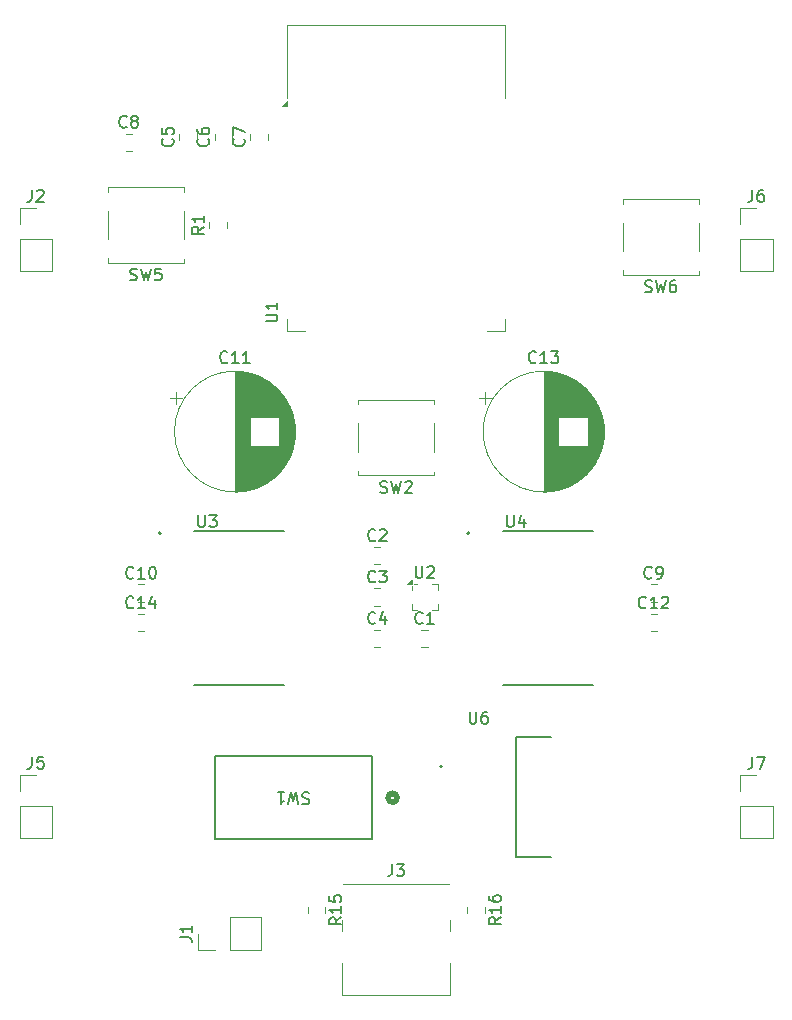
<source format=gbr>
%TF.GenerationSoftware,KiCad,Pcbnew,9.0.3*%
%TF.CreationDate,2025-08-18T21:06:09-04:00*%
%TF.ProjectId,robotbrain,726f626f-7462-4726-9169-6e2e6b696361,rev?*%
%TF.SameCoordinates,Original*%
%TF.FileFunction,Legend,Top*%
%TF.FilePolarity,Positive*%
%FSLAX46Y46*%
G04 Gerber Fmt 4.6, Leading zero omitted, Abs format (unit mm)*
G04 Created by KiCad (PCBNEW 9.0.3) date 2025-08-18 21:06:09*
%MOMM*%
%LPD*%
G01*
G04 APERTURE LIST*
%ADD10C,0.150000*%
%ADD11C,0.120000*%
%ADD12C,0.152400*%
%ADD13C,0.508000*%
%ADD14C,0.127000*%
%ADD15C,0.200000*%
G04 APERTURE END LIST*
D10*
X109261667Y-84147200D02*
X109404524Y-84194819D01*
X109404524Y-84194819D02*
X109642619Y-84194819D01*
X109642619Y-84194819D02*
X109737857Y-84147200D01*
X109737857Y-84147200D02*
X109785476Y-84099580D01*
X109785476Y-84099580D02*
X109833095Y-84004342D01*
X109833095Y-84004342D02*
X109833095Y-83909104D01*
X109833095Y-83909104D02*
X109785476Y-83813866D01*
X109785476Y-83813866D02*
X109737857Y-83766247D01*
X109737857Y-83766247D02*
X109642619Y-83718628D01*
X109642619Y-83718628D02*
X109452143Y-83671009D01*
X109452143Y-83671009D02*
X109356905Y-83623390D01*
X109356905Y-83623390D02*
X109309286Y-83575771D01*
X109309286Y-83575771D02*
X109261667Y-83480533D01*
X109261667Y-83480533D02*
X109261667Y-83385295D01*
X109261667Y-83385295D02*
X109309286Y-83290057D01*
X109309286Y-83290057D02*
X109356905Y-83242438D01*
X109356905Y-83242438D02*
X109452143Y-83194819D01*
X109452143Y-83194819D02*
X109690238Y-83194819D01*
X109690238Y-83194819D02*
X109833095Y-83242438D01*
X110166429Y-83194819D02*
X110404524Y-84194819D01*
X110404524Y-84194819D02*
X110595000Y-83480533D01*
X110595000Y-83480533D02*
X110785476Y-84194819D01*
X110785476Y-84194819D02*
X111023572Y-83194819D01*
X111356905Y-83290057D02*
X111404524Y-83242438D01*
X111404524Y-83242438D02*
X111499762Y-83194819D01*
X111499762Y-83194819D02*
X111737857Y-83194819D01*
X111737857Y-83194819D02*
X111833095Y-83242438D01*
X111833095Y-83242438D02*
X111880714Y-83290057D01*
X111880714Y-83290057D02*
X111928333Y-83385295D01*
X111928333Y-83385295D02*
X111928333Y-83480533D01*
X111928333Y-83480533D02*
X111880714Y-83623390D01*
X111880714Y-83623390D02*
X111309286Y-84194819D01*
X111309286Y-84194819D02*
X111928333Y-84194819D01*
X92299819Y-121833333D02*
X93014104Y-121833333D01*
X93014104Y-121833333D02*
X93156961Y-121880952D01*
X93156961Y-121880952D02*
X93252200Y-121976190D01*
X93252200Y-121976190D02*
X93299819Y-122119047D01*
X93299819Y-122119047D02*
X93299819Y-122214285D01*
X93299819Y-120833333D02*
X93299819Y-121404761D01*
X93299819Y-121119047D02*
X92299819Y-121119047D01*
X92299819Y-121119047D02*
X92442676Y-121214285D01*
X92442676Y-121214285D02*
X92537914Y-121309523D01*
X92537914Y-121309523D02*
X92585533Y-121404761D01*
X94669580Y-54216666D02*
X94717200Y-54264285D01*
X94717200Y-54264285D02*
X94764819Y-54407142D01*
X94764819Y-54407142D02*
X94764819Y-54502380D01*
X94764819Y-54502380D02*
X94717200Y-54645237D01*
X94717200Y-54645237D02*
X94621961Y-54740475D01*
X94621961Y-54740475D02*
X94526723Y-54788094D01*
X94526723Y-54788094D02*
X94336247Y-54835713D01*
X94336247Y-54835713D02*
X94193390Y-54835713D01*
X94193390Y-54835713D02*
X94002914Y-54788094D01*
X94002914Y-54788094D02*
X93907676Y-54740475D01*
X93907676Y-54740475D02*
X93812438Y-54645237D01*
X93812438Y-54645237D02*
X93764819Y-54502380D01*
X93764819Y-54502380D02*
X93764819Y-54407142D01*
X93764819Y-54407142D02*
X93812438Y-54264285D01*
X93812438Y-54264285D02*
X93860057Y-54216666D01*
X93764819Y-53359523D02*
X93764819Y-53549999D01*
X93764819Y-53549999D02*
X93812438Y-53645237D01*
X93812438Y-53645237D02*
X93860057Y-53692856D01*
X93860057Y-53692856D02*
X94002914Y-53788094D01*
X94002914Y-53788094D02*
X94193390Y-53835713D01*
X94193390Y-53835713D02*
X94574342Y-53835713D01*
X94574342Y-53835713D02*
X94669580Y-53788094D01*
X94669580Y-53788094D02*
X94717200Y-53740475D01*
X94717200Y-53740475D02*
X94764819Y-53645237D01*
X94764819Y-53645237D02*
X94764819Y-53454761D01*
X94764819Y-53454761D02*
X94717200Y-53359523D01*
X94717200Y-53359523D02*
X94669580Y-53311904D01*
X94669580Y-53311904D02*
X94574342Y-53264285D01*
X94574342Y-53264285D02*
X94336247Y-53264285D01*
X94336247Y-53264285D02*
X94241009Y-53311904D01*
X94241009Y-53311904D02*
X94193390Y-53359523D01*
X94193390Y-53359523D02*
X94145771Y-53454761D01*
X94145771Y-53454761D02*
X94145771Y-53645237D01*
X94145771Y-53645237D02*
X94193390Y-53740475D01*
X94193390Y-53740475D02*
X94241009Y-53788094D01*
X94241009Y-53788094D02*
X94336247Y-53835713D01*
X103228432Y-109592800D02*
X103085575Y-109545180D01*
X103085575Y-109545180D02*
X102847480Y-109545180D01*
X102847480Y-109545180D02*
X102752242Y-109592800D01*
X102752242Y-109592800D02*
X102704623Y-109640419D01*
X102704623Y-109640419D02*
X102657004Y-109735657D01*
X102657004Y-109735657D02*
X102657004Y-109830895D01*
X102657004Y-109830895D02*
X102704623Y-109926133D01*
X102704623Y-109926133D02*
X102752242Y-109973752D01*
X102752242Y-109973752D02*
X102847480Y-110021371D01*
X102847480Y-110021371D02*
X103037956Y-110068990D01*
X103037956Y-110068990D02*
X103133194Y-110116609D01*
X103133194Y-110116609D02*
X103180813Y-110164228D01*
X103180813Y-110164228D02*
X103228432Y-110259466D01*
X103228432Y-110259466D02*
X103228432Y-110354704D01*
X103228432Y-110354704D02*
X103180813Y-110449942D01*
X103180813Y-110449942D02*
X103133194Y-110497561D01*
X103133194Y-110497561D02*
X103037956Y-110545180D01*
X103037956Y-110545180D02*
X102799861Y-110545180D01*
X102799861Y-110545180D02*
X102657004Y-110497561D01*
X102323670Y-110545180D02*
X102085575Y-109545180D01*
X102085575Y-109545180D02*
X101895099Y-110259466D01*
X101895099Y-110259466D02*
X101704623Y-109545180D01*
X101704623Y-109545180D02*
X101466528Y-110545180D01*
X100561766Y-109545180D02*
X101133194Y-109545180D01*
X100847480Y-109545180D02*
X100847480Y-110545180D01*
X100847480Y-110545180D02*
X100942718Y-110402323D01*
X100942718Y-110402323D02*
X101037956Y-110307085D01*
X101037956Y-110307085D02*
X101133194Y-110259466D01*
X96302142Y-73109580D02*
X96254523Y-73157200D01*
X96254523Y-73157200D02*
X96111666Y-73204819D01*
X96111666Y-73204819D02*
X96016428Y-73204819D01*
X96016428Y-73204819D02*
X95873571Y-73157200D01*
X95873571Y-73157200D02*
X95778333Y-73061961D01*
X95778333Y-73061961D02*
X95730714Y-72966723D01*
X95730714Y-72966723D02*
X95683095Y-72776247D01*
X95683095Y-72776247D02*
X95683095Y-72633390D01*
X95683095Y-72633390D02*
X95730714Y-72442914D01*
X95730714Y-72442914D02*
X95778333Y-72347676D01*
X95778333Y-72347676D02*
X95873571Y-72252438D01*
X95873571Y-72252438D02*
X96016428Y-72204819D01*
X96016428Y-72204819D02*
X96111666Y-72204819D01*
X96111666Y-72204819D02*
X96254523Y-72252438D01*
X96254523Y-72252438D02*
X96302142Y-72300057D01*
X97254523Y-73204819D02*
X96683095Y-73204819D01*
X96968809Y-73204819D02*
X96968809Y-72204819D01*
X96968809Y-72204819D02*
X96873571Y-72347676D01*
X96873571Y-72347676D02*
X96778333Y-72442914D01*
X96778333Y-72442914D02*
X96683095Y-72490533D01*
X98206904Y-73204819D02*
X97635476Y-73204819D01*
X97921190Y-73204819D02*
X97921190Y-72204819D01*
X97921190Y-72204819D02*
X97825952Y-72347676D01*
X97825952Y-72347676D02*
X97730714Y-72442914D01*
X97730714Y-72442914D02*
X97635476Y-72490533D01*
X140761666Y-58534819D02*
X140761666Y-59249104D01*
X140761666Y-59249104D02*
X140714047Y-59391961D01*
X140714047Y-59391961D02*
X140618809Y-59487200D01*
X140618809Y-59487200D02*
X140475952Y-59534819D01*
X140475952Y-59534819D02*
X140380714Y-59534819D01*
X141666428Y-58534819D02*
X141475952Y-58534819D01*
X141475952Y-58534819D02*
X141380714Y-58582438D01*
X141380714Y-58582438D02*
X141333095Y-58630057D01*
X141333095Y-58630057D02*
X141237857Y-58772914D01*
X141237857Y-58772914D02*
X141190238Y-58963390D01*
X141190238Y-58963390D02*
X141190238Y-59344342D01*
X141190238Y-59344342D02*
X141237857Y-59439580D01*
X141237857Y-59439580D02*
X141285476Y-59487200D01*
X141285476Y-59487200D02*
X141380714Y-59534819D01*
X141380714Y-59534819D02*
X141571190Y-59534819D01*
X141571190Y-59534819D02*
X141666428Y-59487200D01*
X141666428Y-59487200D02*
X141714047Y-59439580D01*
X141714047Y-59439580D02*
X141761666Y-59344342D01*
X141761666Y-59344342D02*
X141761666Y-59106247D01*
X141761666Y-59106247D02*
X141714047Y-59011009D01*
X141714047Y-59011009D02*
X141666428Y-58963390D01*
X141666428Y-58963390D02*
X141571190Y-58915771D01*
X141571190Y-58915771D02*
X141380714Y-58915771D01*
X141380714Y-58915771D02*
X141285476Y-58963390D01*
X141285476Y-58963390D02*
X141237857Y-59011009D01*
X141237857Y-59011009D02*
X141190238Y-59106247D01*
X132228333Y-91352080D02*
X132180714Y-91399700D01*
X132180714Y-91399700D02*
X132037857Y-91447319D01*
X132037857Y-91447319D02*
X131942619Y-91447319D01*
X131942619Y-91447319D02*
X131799762Y-91399700D01*
X131799762Y-91399700D02*
X131704524Y-91304461D01*
X131704524Y-91304461D02*
X131656905Y-91209223D01*
X131656905Y-91209223D02*
X131609286Y-91018747D01*
X131609286Y-91018747D02*
X131609286Y-90875890D01*
X131609286Y-90875890D02*
X131656905Y-90685414D01*
X131656905Y-90685414D02*
X131704524Y-90590176D01*
X131704524Y-90590176D02*
X131799762Y-90494938D01*
X131799762Y-90494938D02*
X131942619Y-90447319D01*
X131942619Y-90447319D02*
X132037857Y-90447319D01*
X132037857Y-90447319D02*
X132180714Y-90494938D01*
X132180714Y-90494938D02*
X132228333Y-90542557D01*
X132704524Y-91447319D02*
X132895000Y-91447319D01*
X132895000Y-91447319D02*
X132990238Y-91399700D01*
X132990238Y-91399700D02*
X133037857Y-91352080D01*
X133037857Y-91352080D02*
X133133095Y-91209223D01*
X133133095Y-91209223D02*
X133180714Y-91018747D01*
X133180714Y-91018747D02*
X133180714Y-90637795D01*
X133180714Y-90637795D02*
X133133095Y-90542557D01*
X133133095Y-90542557D02*
X133085476Y-90494938D01*
X133085476Y-90494938D02*
X132990238Y-90447319D01*
X132990238Y-90447319D02*
X132799762Y-90447319D01*
X132799762Y-90447319D02*
X132704524Y-90494938D01*
X132704524Y-90494938D02*
X132656905Y-90542557D01*
X132656905Y-90542557D02*
X132609286Y-90637795D01*
X132609286Y-90637795D02*
X132609286Y-90875890D01*
X132609286Y-90875890D02*
X132656905Y-90971128D01*
X132656905Y-90971128D02*
X132704524Y-91018747D01*
X132704524Y-91018747D02*
X132799762Y-91066366D01*
X132799762Y-91066366D02*
X132990238Y-91066366D01*
X132990238Y-91066366D02*
X133085476Y-91018747D01*
X133085476Y-91018747D02*
X133133095Y-90971128D01*
X133133095Y-90971128D02*
X133180714Y-90875890D01*
X99549819Y-69661904D02*
X100359342Y-69661904D01*
X100359342Y-69661904D02*
X100454580Y-69614285D01*
X100454580Y-69614285D02*
X100502200Y-69566666D01*
X100502200Y-69566666D02*
X100549819Y-69471428D01*
X100549819Y-69471428D02*
X100549819Y-69280952D01*
X100549819Y-69280952D02*
X100502200Y-69185714D01*
X100502200Y-69185714D02*
X100454580Y-69138095D01*
X100454580Y-69138095D02*
X100359342Y-69090476D01*
X100359342Y-69090476D02*
X99549819Y-69090476D01*
X100549819Y-68090476D02*
X100549819Y-68661904D01*
X100549819Y-68376190D02*
X99549819Y-68376190D01*
X99549819Y-68376190D02*
X99692676Y-68471428D01*
X99692676Y-68471428D02*
X99787914Y-68566666D01*
X99787914Y-68566666D02*
X99835533Y-68661904D01*
X97679580Y-54216666D02*
X97727200Y-54264285D01*
X97727200Y-54264285D02*
X97774819Y-54407142D01*
X97774819Y-54407142D02*
X97774819Y-54502380D01*
X97774819Y-54502380D02*
X97727200Y-54645237D01*
X97727200Y-54645237D02*
X97631961Y-54740475D01*
X97631961Y-54740475D02*
X97536723Y-54788094D01*
X97536723Y-54788094D02*
X97346247Y-54835713D01*
X97346247Y-54835713D02*
X97203390Y-54835713D01*
X97203390Y-54835713D02*
X97012914Y-54788094D01*
X97012914Y-54788094D02*
X96917676Y-54740475D01*
X96917676Y-54740475D02*
X96822438Y-54645237D01*
X96822438Y-54645237D02*
X96774819Y-54502380D01*
X96774819Y-54502380D02*
X96774819Y-54407142D01*
X96774819Y-54407142D02*
X96822438Y-54264285D01*
X96822438Y-54264285D02*
X96870057Y-54216666D01*
X96774819Y-53883332D02*
X96774819Y-53216666D01*
X96774819Y-53216666D02*
X97774819Y-53645237D01*
X87783333Y-53179580D02*
X87735714Y-53227200D01*
X87735714Y-53227200D02*
X87592857Y-53274819D01*
X87592857Y-53274819D02*
X87497619Y-53274819D01*
X87497619Y-53274819D02*
X87354762Y-53227200D01*
X87354762Y-53227200D02*
X87259524Y-53131961D01*
X87259524Y-53131961D02*
X87211905Y-53036723D01*
X87211905Y-53036723D02*
X87164286Y-52846247D01*
X87164286Y-52846247D02*
X87164286Y-52703390D01*
X87164286Y-52703390D02*
X87211905Y-52512914D01*
X87211905Y-52512914D02*
X87259524Y-52417676D01*
X87259524Y-52417676D02*
X87354762Y-52322438D01*
X87354762Y-52322438D02*
X87497619Y-52274819D01*
X87497619Y-52274819D02*
X87592857Y-52274819D01*
X87592857Y-52274819D02*
X87735714Y-52322438D01*
X87735714Y-52322438D02*
X87783333Y-52370057D01*
X88354762Y-52703390D02*
X88259524Y-52655771D01*
X88259524Y-52655771D02*
X88211905Y-52608152D01*
X88211905Y-52608152D02*
X88164286Y-52512914D01*
X88164286Y-52512914D02*
X88164286Y-52465295D01*
X88164286Y-52465295D02*
X88211905Y-52370057D01*
X88211905Y-52370057D02*
X88259524Y-52322438D01*
X88259524Y-52322438D02*
X88354762Y-52274819D01*
X88354762Y-52274819D02*
X88545238Y-52274819D01*
X88545238Y-52274819D02*
X88640476Y-52322438D01*
X88640476Y-52322438D02*
X88688095Y-52370057D01*
X88688095Y-52370057D02*
X88735714Y-52465295D01*
X88735714Y-52465295D02*
X88735714Y-52512914D01*
X88735714Y-52512914D02*
X88688095Y-52608152D01*
X88688095Y-52608152D02*
X88640476Y-52655771D01*
X88640476Y-52655771D02*
X88545238Y-52703390D01*
X88545238Y-52703390D02*
X88354762Y-52703390D01*
X88354762Y-52703390D02*
X88259524Y-52751009D01*
X88259524Y-52751009D02*
X88211905Y-52798628D01*
X88211905Y-52798628D02*
X88164286Y-52893866D01*
X88164286Y-52893866D02*
X88164286Y-53084342D01*
X88164286Y-53084342D02*
X88211905Y-53179580D01*
X88211905Y-53179580D02*
X88259524Y-53227200D01*
X88259524Y-53227200D02*
X88354762Y-53274819D01*
X88354762Y-53274819D02*
X88545238Y-53274819D01*
X88545238Y-53274819D02*
X88640476Y-53227200D01*
X88640476Y-53227200D02*
X88688095Y-53179580D01*
X88688095Y-53179580D02*
X88735714Y-53084342D01*
X88735714Y-53084342D02*
X88735714Y-52893866D01*
X88735714Y-52893866D02*
X88688095Y-52798628D01*
X88688095Y-52798628D02*
X88640476Y-52751009D01*
X88640476Y-52751009D02*
X88545238Y-52703390D01*
X140761666Y-106534819D02*
X140761666Y-107249104D01*
X140761666Y-107249104D02*
X140714047Y-107391961D01*
X140714047Y-107391961D02*
X140618809Y-107487200D01*
X140618809Y-107487200D02*
X140475952Y-107534819D01*
X140475952Y-107534819D02*
X140380714Y-107534819D01*
X141142619Y-106534819D02*
X141809285Y-106534819D01*
X141809285Y-106534819D02*
X141380714Y-107534819D01*
X108833333Y-88179580D02*
X108785714Y-88227200D01*
X108785714Y-88227200D02*
X108642857Y-88274819D01*
X108642857Y-88274819D02*
X108547619Y-88274819D01*
X108547619Y-88274819D02*
X108404762Y-88227200D01*
X108404762Y-88227200D02*
X108309524Y-88131961D01*
X108309524Y-88131961D02*
X108261905Y-88036723D01*
X108261905Y-88036723D02*
X108214286Y-87846247D01*
X108214286Y-87846247D02*
X108214286Y-87703390D01*
X108214286Y-87703390D02*
X108261905Y-87512914D01*
X108261905Y-87512914D02*
X108309524Y-87417676D01*
X108309524Y-87417676D02*
X108404762Y-87322438D01*
X108404762Y-87322438D02*
X108547619Y-87274819D01*
X108547619Y-87274819D02*
X108642857Y-87274819D01*
X108642857Y-87274819D02*
X108785714Y-87322438D01*
X108785714Y-87322438D02*
X108833333Y-87370057D01*
X109214286Y-87370057D02*
X109261905Y-87322438D01*
X109261905Y-87322438D02*
X109357143Y-87274819D01*
X109357143Y-87274819D02*
X109595238Y-87274819D01*
X109595238Y-87274819D02*
X109690476Y-87322438D01*
X109690476Y-87322438D02*
X109738095Y-87370057D01*
X109738095Y-87370057D02*
X109785714Y-87465295D01*
X109785714Y-87465295D02*
X109785714Y-87560533D01*
X109785714Y-87560533D02*
X109738095Y-87703390D01*
X109738095Y-87703390D02*
X109166667Y-88274819D01*
X109166667Y-88274819D02*
X109785714Y-88274819D01*
X110261666Y-115629819D02*
X110261666Y-116344104D01*
X110261666Y-116344104D02*
X110214047Y-116486961D01*
X110214047Y-116486961D02*
X110118809Y-116582200D01*
X110118809Y-116582200D02*
X109975952Y-116629819D01*
X109975952Y-116629819D02*
X109880714Y-116629819D01*
X110642619Y-115629819D02*
X111261666Y-115629819D01*
X111261666Y-115629819D02*
X110928333Y-116010771D01*
X110928333Y-116010771D02*
X111071190Y-116010771D01*
X111071190Y-116010771D02*
X111166428Y-116058390D01*
X111166428Y-116058390D02*
X111214047Y-116106009D01*
X111214047Y-116106009D02*
X111261666Y-116201247D01*
X111261666Y-116201247D02*
X111261666Y-116439342D01*
X111261666Y-116439342D02*
X111214047Y-116534580D01*
X111214047Y-116534580D02*
X111166428Y-116582200D01*
X111166428Y-116582200D02*
X111071190Y-116629819D01*
X111071190Y-116629819D02*
X110785476Y-116629819D01*
X110785476Y-116629819D02*
X110690238Y-116582200D01*
X110690238Y-116582200D02*
X110642619Y-116534580D01*
X108833333Y-91679580D02*
X108785714Y-91727200D01*
X108785714Y-91727200D02*
X108642857Y-91774819D01*
X108642857Y-91774819D02*
X108547619Y-91774819D01*
X108547619Y-91774819D02*
X108404762Y-91727200D01*
X108404762Y-91727200D02*
X108309524Y-91631961D01*
X108309524Y-91631961D02*
X108261905Y-91536723D01*
X108261905Y-91536723D02*
X108214286Y-91346247D01*
X108214286Y-91346247D02*
X108214286Y-91203390D01*
X108214286Y-91203390D02*
X108261905Y-91012914D01*
X108261905Y-91012914D02*
X108309524Y-90917676D01*
X108309524Y-90917676D02*
X108404762Y-90822438D01*
X108404762Y-90822438D02*
X108547619Y-90774819D01*
X108547619Y-90774819D02*
X108642857Y-90774819D01*
X108642857Y-90774819D02*
X108785714Y-90822438D01*
X108785714Y-90822438D02*
X108833333Y-90870057D01*
X109166667Y-90774819D02*
X109785714Y-90774819D01*
X109785714Y-90774819D02*
X109452381Y-91155771D01*
X109452381Y-91155771D02*
X109595238Y-91155771D01*
X109595238Y-91155771D02*
X109690476Y-91203390D01*
X109690476Y-91203390D02*
X109738095Y-91251009D01*
X109738095Y-91251009D02*
X109785714Y-91346247D01*
X109785714Y-91346247D02*
X109785714Y-91584342D01*
X109785714Y-91584342D02*
X109738095Y-91679580D01*
X109738095Y-91679580D02*
X109690476Y-91727200D01*
X109690476Y-91727200D02*
X109595238Y-91774819D01*
X109595238Y-91774819D02*
X109309524Y-91774819D01*
X109309524Y-91774819D02*
X109214286Y-91727200D01*
X109214286Y-91727200D02*
X109166667Y-91679580D01*
X79761666Y-106534819D02*
X79761666Y-107249104D01*
X79761666Y-107249104D02*
X79714047Y-107391961D01*
X79714047Y-107391961D02*
X79618809Y-107487200D01*
X79618809Y-107487200D02*
X79475952Y-107534819D01*
X79475952Y-107534819D02*
X79380714Y-107534819D01*
X80714047Y-106534819D02*
X80237857Y-106534819D01*
X80237857Y-106534819D02*
X80190238Y-107011009D01*
X80190238Y-107011009D02*
X80237857Y-106963390D01*
X80237857Y-106963390D02*
X80333095Y-106915771D01*
X80333095Y-106915771D02*
X80571190Y-106915771D01*
X80571190Y-106915771D02*
X80666428Y-106963390D01*
X80666428Y-106963390D02*
X80714047Y-107011009D01*
X80714047Y-107011009D02*
X80761666Y-107106247D01*
X80761666Y-107106247D02*
X80761666Y-107344342D01*
X80761666Y-107344342D02*
X80714047Y-107439580D01*
X80714047Y-107439580D02*
X80666428Y-107487200D01*
X80666428Y-107487200D02*
X80571190Y-107534819D01*
X80571190Y-107534819D02*
X80333095Y-107534819D01*
X80333095Y-107534819D02*
X80237857Y-107487200D01*
X80237857Y-107487200D02*
X80190238Y-107439580D01*
X116813095Y-102719819D02*
X116813095Y-103529342D01*
X116813095Y-103529342D02*
X116860714Y-103624580D01*
X116860714Y-103624580D02*
X116908333Y-103672200D01*
X116908333Y-103672200D02*
X117003571Y-103719819D01*
X117003571Y-103719819D02*
X117194047Y-103719819D01*
X117194047Y-103719819D02*
X117289285Y-103672200D01*
X117289285Y-103672200D02*
X117336904Y-103624580D01*
X117336904Y-103624580D02*
X117384523Y-103529342D01*
X117384523Y-103529342D02*
X117384523Y-102719819D01*
X118289285Y-102719819D02*
X118098809Y-102719819D01*
X118098809Y-102719819D02*
X118003571Y-102767438D01*
X118003571Y-102767438D02*
X117955952Y-102815057D01*
X117955952Y-102815057D02*
X117860714Y-102957914D01*
X117860714Y-102957914D02*
X117813095Y-103148390D01*
X117813095Y-103148390D02*
X117813095Y-103529342D01*
X117813095Y-103529342D02*
X117860714Y-103624580D01*
X117860714Y-103624580D02*
X117908333Y-103672200D01*
X117908333Y-103672200D02*
X118003571Y-103719819D01*
X118003571Y-103719819D02*
X118194047Y-103719819D01*
X118194047Y-103719819D02*
X118289285Y-103672200D01*
X118289285Y-103672200D02*
X118336904Y-103624580D01*
X118336904Y-103624580D02*
X118384523Y-103529342D01*
X118384523Y-103529342D02*
X118384523Y-103291247D01*
X118384523Y-103291247D02*
X118336904Y-103196009D01*
X118336904Y-103196009D02*
X118289285Y-103148390D01*
X118289285Y-103148390D02*
X118194047Y-103100771D01*
X118194047Y-103100771D02*
X118003571Y-103100771D01*
X118003571Y-103100771D02*
X117908333Y-103148390D01*
X117908333Y-103148390D02*
X117860714Y-103196009D01*
X117860714Y-103196009D02*
X117813095Y-103291247D01*
X91659580Y-54216666D02*
X91707200Y-54264285D01*
X91707200Y-54264285D02*
X91754819Y-54407142D01*
X91754819Y-54407142D02*
X91754819Y-54502380D01*
X91754819Y-54502380D02*
X91707200Y-54645237D01*
X91707200Y-54645237D02*
X91611961Y-54740475D01*
X91611961Y-54740475D02*
X91516723Y-54788094D01*
X91516723Y-54788094D02*
X91326247Y-54835713D01*
X91326247Y-54835713D02*
X91183390Y-54835713D01*
X91183390Y-54835713D02*
X90992914Y-54788094D01*
X90992914Y-54788094D02*
X90897676Y-54740475D01*
X90897676Y-54740475D02*
X90802438Y-54645237D01*
X90802438Y-54645237D02*
X90754819Y-54502380D01*
X90754819Y-54502380D02*
X90754819Y-54407142D01*
X90754819Y-54407142D02*
X90802438Y-54264285D01*
X90802438Y-54264285D02*
X90850057Y-54216666D01*
X90754819Y-53311904D02*
X90754819Y-53788094D01*
X90754819Y-53788094D02*
X91231009Y-53835713D01*
X91231009Y-53835713D02*
X91183390Y-53788094D01*
X91183390Y-53788094D02*
X91135771Y-53692856D01*
X91135771Y-53692856D02*
X91135771Y-53454761D01*
X91135771Y-53454761D02*
X91183390Y-53359523D01*
X91183390Y-53359523D02*
X91231009Y-53311904D01*
X91231009Y-53311904D02*
X91326247Y-53264285D01*
X91326247Y-53264285D02*
X91564342Y-53264285D01*
X91564342Y-53264285D02*
X91659580Y-53311904D01*
X91659580Y-53311904D02*
X91707200Y-53359523D01*
X91707200Y-53359523D02*
X91754819Y-53454761D01*
X91754819Y-53454761D02*
X91754819Y-53692856D01*
X91754819Y-53692856D02*
X91707200Y-53788094D01*
X91707200Y-53788094D02*
X91659580Y-53835713D01*
X122434442Y-73109580D02*
X122386823Y-73157200D01*
X122386823Y-73157200D02*
X122243966Y-73204819D01*
X122243966Y-73204819D02*
X122148728Y-73204819D01*
X122148728Y-73204819D02*
X122005871Y-73157200D01*
X122005871Y-73157200D02*
X121910633Y-73061961D01*
X121910633Y-73061961D02*
X121863014Y-72966723D01*
X121863014Y-72966723D02*
X121815395Y-72776247D01*
X121815395Y-72776247D02*
X121815395Y-72633390D01*
X121815395Y-72633390D02*
X121863014Y-72442914D01*
X121863014Y-72442914D02*
X121910633Y-72347676D01*
X121910633Y-72347676D02*
X122005871Y-72252438D01*
X122005871Y-72252438D02*
X122148728Y-72204819D01*
X122148728Y-72204819D02*
X122243966Y-72204819D01*
X122243966Y-72204819D02*
X122386823Y-72252438D01*
X122386823Y-72252438D02*
X122434442Y-72300057D01*
X123386823Y-73204819D02*
X122815395Y-73204819D01*
X123101109Y-73204819D02*
X123101109Y-72204819D01*
X123101109Y-72204819D02*
X123005871Y-72347676D01*
X123005871Y-72347676D02*
X122910633Y-72442914D01*
X122910633Y-72442914D02*
X122815395Y-72490533D01*
X123720157Y-72204819D02*
X124339204Y-72204819D01*
X124339204Y-72204819D02*
X124005871Y-72585771D01*
X124005871Y-72585771D02*
X124148728Y-72585771D01*
X124148728Y-72585771D02*
X124243966Y-72633390D01*
X124243966Y-72633390D02*
X124291585Y-72681009D01*
X124291585Y-72681009D02*
X124339204Y-72776247D01*
X124339204Y-72776247D02*
X124339204Y-73014342D01*
X124339204Y-73014342D02*
X124291585Y-73109580D01*
X124291585Y-73109580D02*
X124243966Y-73157200D01*
X124243966Y-73157200D02*
X124148728Y-73204819D01*
X124148728Y-73204819D02*
X123863014Y-73204819D01*
X123863014Y-73204819D02*
X123767776Y-73157200D01*
X123767776Y-73157200D02*
X123720157Y-73109580D01*
X112833333Y-95179580D02*
X112785714Y-95227200D01*
X112785714Y-95227200D02*
X112642857Y-95274819D01*
X112642857Y-95274819D02*
X112547619Y-95274819D01*
X112547619Y-95274819D02*
X112404762Y-95227200D01*
X112404762Y-95227200D02*
X112309524Y-95131961D01*
X112309524Y-95131961D02*
X112261905Y-95036723D01*
X112261905Y-95036723D02*
X112214286Y-94846247D01*
X112214286Y-94846247D02*
X112214286Y-94703390D01*
X112214286Y-94703390D02*
X112261905Y-94512914D01*
X112261905Y-94512914D02*
X112309524Y-94417676D01*
X112309524Y-94417676D02*
X112404762Y-94322438D01*
X112404762Y-94322438D02*
X112547619Y-94274819D01*
X112547619Y-94274819D02*
X112642857Y-94274819D01*
X112642857Y-94274819D02*
X112785714Y-94322438D01*
X112785714Y-94322438D02*
X112833333Y-94370057D01*
X113785714Y-95274819D02*
X113214286Y-95274819D01*
X113500000Y-95274819D02*
X113500000Y-94274819D01*
X113500000Y-94274819D02*
X113404762Y-94417676D01*
X113404762Y-94417676D02*
X113309524Y-94512914D01*
X113309524Y-94512914D02*
X113214286Y-94560533D01*
X94304819Y-61666666D02*
X93828628Y-61999999D01*
X94304819Y-62238094D02*
X93304819Y-62238094D01*
X93304819Y-62238094D02*
X93304819Y-61857142D01*
X93304819Y-61857142D02*
X93352438Y-61761904D01*
X93352438Y-61761904D02*
X93400057Y-61714285D01*
X93400057Y-61714285D02*
X93495295Y-61666666D01*
X93495295Y-61666666D02*
X93638152Y-61666666D01*
X93638152Y-61666666D02*
X93733390Y-61714285D01*
X93733390Y-61714285D02*
X93781009Y-61761904D01*
X93781009Y-61761904D02*
X93828628Y-61857142D01*
X93828628Y-61857142D02*
X93828628Y-62238094D01*
X94304819Y-60714285D02*
X94304819Y-61285713D01*
X94304819Y-60999999D02*
X93304819Y-60999999D01*
X93304819Y-60999999D02*
X93447676Y-61095237D01*
X93447676Y-61095237D02*
X93542914Y-61190475D01*
X93542914Y-61190475D02*
X93590533Y-61285713D01*
X105949819Y-120142857D02*
X105473628Y-120476190D01*
X105949819Y-120714285D02*
X104949819Y-120714285D01*
X104949819Y-120714285D02*
X104949819Y-120333333D01*
X104949819Y-120333333D02*
X104997438Y-120238095D01*
X104997438Y-120238095D02*
X105045057Y-120190476D01*
X105045057Y-120190476D02*
X105140295Y-120142857D01*
X105140295Y-120142857D02*
X105283152Y-120142857D01*
X105283152Y-120142857D02*
X105378390Y-120190476D01*
X105378390Y-120190476D02*
X105426009Y-120238095D01*
X105426009Y-120238095D02*
X105473628Y-120333333D01*
X105473628Y-120333333D02*
X105473628Y-120714285D01*
X105949819Y-119190476D02*
X105949819Y-119761904D01*
X105949819Y-119476190D02*
X104949819Y-119476190D01*
X104949819Y-119476190D02*
X105092676Y-119571428D01*
X105092676Y-119571428D02*
X105187914Y-119666666D01*
X105187914Y-119666666D02*
X105235533Y-119761904D01*
X104949819Y-118285714D02*
X104949819Y-118761904D01*
X104949819Y-118761904D02*
X105426009Y-118809523D01*
X105426009Y-118809523D02*
X105378390Y-118761904D01*
X105378390Y-118761904D02*
X105330771Y-118666666D01*
X105330771Y-118666666D02*
X105330771Y-118428571D01*
X105330771Y-118428571D02*
X105378390Y-118333333D01*
X105378390Y-118333333D02*
X105426009Y-118285714D01*
X105426009Y-118285714D02*
X105521247Y-118238095D01*
X105521247Y-118238095D02*
X105759342Y-118238095D01*
X105759342Y-118238095D02*
X105854580Y-118285714D01*
X105854580Y-118285714D02*
X105902200Y-118333333D01*
X105902200Y-118333333D02*
X105949819Y-118428571D01*
X105949819Y-118428571D02*
X105949819Y-118666666D01*
X105949819Y-118666666D02*
X105902200Y-118761904D01*
X105902200Y-118761904D02*
X105854580Y-118809523D01*
X79761666Y-58534819D02*
X79761666Y-59249104D01*
X79761666Y-59249104D02*
X79714047Y-59391961D01*
X79714047Y-59391961D02*
X79618809Y-59487200D01*
X79618809Y-59487200D02*
X79475952Y-59534819D01*
X79475952Y-59534819D02*
X79380714Y-59534819D01*
X80190238Y-58630057D02*
X80237857Y-58582438D01*
X80237857Y-58582438D02*
X80333095Y-58534819D01*
X80333095Y-58534819D02*
X80571190Y-58534819D01*
X80571190Y-58534819D02*
X80666428Y-58582438D01*
X80666428Y-58582438D02*
X80714047Y-58630057D01*
X80714047Y-58630057D02*
X80761666Y-58725295D01*
X80761666Y-58725295D02*
X80761666Y-58820533D01*
X80761666Y-58820533D02*
X80714047Y-58963390D01*
X80714047Y-58963390D02*
X80142619Y-59534819D01*
X80142619Y-59534819D02*
X80761666Y-59534819D01*
X119449819Y-120142857D02*
X118973628Y-120476190D01*
X119449819Y-120714285D02*
X118449819Y-120714285D01*
X118449819Y-120714285D02*
X118449819Y-120333333D01*
X118449819Y-120333333D02*
X118497438Y-120238095D01*
X118497438Y-120238095D02*
X118545057Y-120190476D01*
X118545057Y-120190476D02*
X118640295Y-120142857D01*
X118640295Y-120142857D02*
X118783152Y-120142857D01*
X118783152Y-120142857D02*
X118878390Y-120190476D01*
X118878390Y-120190476D02*
X118926009Y-120238095D01*
X118926009Y-120238095D02*
X118973628Y-120333333D01*
X118973628Y-120333333D02*
X118973628Y-120714285D01*
X119449819Y-119190476D02*
X119449819Y-119761904D01*
X119449819Y-119476190D02*
X118449819Y-119476190D01*
X118449819Y-119476190D02*
X118592676Y-119571428D01*
X118592676Y-119571428D02*
X118687914Y-119666666D01*
X118687914Y-119666666D02*
X118735533Y-119761904D01*
X118449819Y-118333333D02*
X118449819Y-118523809D01*
X118449819Y-118523809D02*
X118497438Y-118619047D01*
X118497438Y-118619047D02*
X118545057Y-118666666D01*
X118545057Y-118666666D02*
X118687914Y-118761904D01*
X118687914Y-118761904D02*
X118878390Y-118809523D01*
X118878390Y-118809523D02*
X119259342Y-118809523D01*
X119259342Y-118809523D02*
X119354580Y-118761904D01*
X119354580Y-118761904D02*
X119402200Y-118714285D01*
X119402200Y-118714285D02*
X119449819Y-118619047D01*
X119449819Y-118619047D02*
X119449819Y-118428571D01*
X119449819Y-118428571D02*
X119402200Y-118333333D01*
X119402200Y-118333333D02*
X119354580Y-118285714D01*
X119354580Y-118285714D02*
X119259342Y-118238095D01*
X119259342Y-118238095D02*
X119021247Y-118238095D01*
X119021247Y-118238095D02*
X118926009Y-118285714D01*
X118926009Y-118285714D02*
X118878390Y-118333333D01*
X118878390Y-118333333D02*
X118830771Y-118428571D01*
X118830771Y-118428571D02*
X118830771Y-118619047D01*
X118830771Y-118619047D02*
X118878390Y-118714285D01*
X118878390Y-118714285D02*
X118926009Y-118761904D01*
X118926009Y-118761904D02*
X119021247Y-118809523D01*
X88352142Y-91362080D02*
X88304523Y-91409700D01*
X88304523Y-91409700D02*
X88161666Y-91457319D01*
X88161666Y-91457319D02*
X88066428Y-91457319D01*
X88066428Y-91457319D02*
X87923571Y-91409700D01*
X87923571Y-91409700D02*
X87828333Y-91314461D01*
X87828333Y-91314461D02*
X87780714Y-91219223D01*
X87780714Y-91219223D02*
X87733095Y-91028747D01*
X87733095Y-91028747D02*
X87733095Y-90885890D01*
X87733095Y-90885890D02*
X87780714Y-90695414D01*
X87780714Y-90695414D02*
X87828333Y-90600176D01*
X87828333Y-90600176D02*
X87923571Y-90504938D01*
X87923571Y-90504938D02*
X88066428Y-90457319D01*
X88066428Y-90457319D02*
X88161666Y-90457319D01*
X88161666Y-90457319D02*
X88304523Y-90504938D01*
X88304523Y-90504938D02*
X88352142Y-90552557D01*
X89304523Y-91457319D02*
X88733095Y-91457319D01*
X89018809Y-91457319D02*
X89018809Y-90457319D01*
X89018809Y-90457319D02*
X88923571Y-90600176D01*
X88923571Y-90600176D02*
X88828333Y-90695414D01*
X88828333Y-90695414D02*
X88733095Y-90743033D01*
X89923571Y-90457319D02*
X90018809Y-90457319D01*
X90018809Y-90457319D02*
X90114047Y-90504938D01*
X90114047Y-90504938D02*
X90161666Y-90552557D01*
X90161666Y-90552557D02*
X90209285Y-90647795D01*
X90209285Y-90647795D02*
X90256904Y-90838271D01*
X90256904Y-90838271D02*
X90256904Y-91076366D01*
X90256904Y-91076366D02*
X90209285Y-91266842D01*
X90209285Y-91266842D02*
X90161666Y-91362080D01*
X90161666Y-91362080D02*
X90114047Y-91409700D01*
X90114047Y-91409700D02*
X90018809Y-91457319D01*
X90018809Y-91457319D02*
X89923571Y-91457319D01*
X89923571Y-91457319D02*
X89828333Y-91409700D01*
X89828333Y-91409700D02*
X89780714Y-91362080D01*
X89780714Y-91362080D02*
X89733095Y-91266842D01*
X89733095Y-91266842D02*
X89685476Y-91076366D01*
X89685476Y-91076366D02*
X89685476Y-90838271D01*
X89685476Y-90838271D02*
X89733095Y-90647795D01*
X89733095Y-90647795D02*
X89780714Y-90552557D01*
X89780714Y-90552557D02*
X89828333Y-90504938D01*
X89828333Y-90504938D02*
X89923571Y-90457319D01*
X112238095Y-90379819D02*
X112238095Y-91189342D01*
X112238095Y-91189342D02*
X112285714Y-91284580D01*
X112285714Y-91284580D02*
X112333333Y-91332200D01*
X112333333Y-91332200D02*
X112428571Y-91379819D01*
X112428571Y-91379819D02*
X112619047Y-91379819D01*
X112619047Y-91379819D02*
X112714285Y-91332200D01*
X112714285Y-91332200D02*
X112761904Y-91284580D01*
X112761904Y-91284580D02*
X112809523Y-91189342D01*
X112809523Y-91189342D02*
X112809523Y-90379819D01*
X113238095Y-90475057D02*
X113285714Y-90427438D01*
X113285714Y-90427438D02*
X113380952Y-90379819D01*
X113380952Y-90379819D02*
X113619047Y-90379819D01*
X113619047Y-90379819D02*
X113714285Y-90427438D01*
X113714285Y-90427438D02*
X113761904Y-90475057D01*
X113761904Y-90475057D02*
X113809523Y-90570295D01*
X113809523Y-90570295D02*
X113809523Y-90665533D01*
X113809523Y-90665533D02*
X113761904Y-90808390D01*
X113761904Y-90808390D02*
X113190476Y-91379819D01*
X113190476Y-91379819D02*
X113809523Y-91379819D01*
X93835795Y-86075319D02*
X93835795Y-86884842D01*
X93835795Y-86884842D02*
X93883414Y-86980080D01*
X93883414Y-86980080D02*
X93931033Y-87027700D01*
X93931033Y-87027700D02*
X94026271Y-87075319D01*
X94026271Y-87075319D02*
X94216747Y-87075319D01*
X94216747Y-87075319D02*
X94311985Y-87027700D01*
X94311985Y-87027700D02*
X94359604Y-86980080D01*
X94359604Y-86980080D02*
X94407223Y-86884842D01*
X94407223Y-86884842D02*
X94407223Y-86075319D01*
X94788176Y-86075319D02*
X95407223Y-86075319D01*
X95407223Y-86075319D02*
X95073890Y-86456271D01*
X95073890Y-86456271D02*
X95216747Y-86456271D01*
X95216747Y-86456271D02*
X95311985Y-86503890D01*
X95311985Y-86503890D02*
X95359604Y-86551509D01*
X95359604Y-86551509D02*
X95407223Y-86646747D01*
X95407223Y-86646747D02*
X95407223Y-86884842D01*
X95407223Y-86884842D02*
X95359604Y-86980080D01*
X95359604Y-86980080D02*
X95311985Y-87027700D01*
X95311985Y-87027700D02*
X95216747Y-87075319D01*
X95216747Y-87075319D02*
X94931033Y-87075319D01*
X94931033Y-87075319D02*
X94835795Y-87027700D01*
X94835795Y-87027700D02*
X94788176Y-86980080D01*
X119968095Y-86075319D02*
X119968095Y-86884842D01*
X119968095Y-86884842D02*
X120015714Y-86980080D01*
X120015714Y-86980080D02*
X120063333Y-87027700D01*
X120063333Y-87027700D02*
X120158571Y-87075319D01*
X120158571Y-87075319D02*
X120349047Y-87075319D01*
X120349047Y-87075319D02*
X120444285Y-87027700D01*
X120444285Y-87027700D02*
X120491904Y-86980080D01*
X120491904Y-86980080D02*
X120539523Y-86884842D01*
X120539523Y-86884842D02*
X120539523Y-86075319D01*
X121444285Y-86408652D02*
X121444285Y-87075319D01*
X121206190Y-86027700D02*
X120968095Y-86741985D01*
X120968095Y-86741985D02*
X121587142Y-86741985D01*
X88066667Y-66147200D02*
X88209524Y-66194819D01*
X88209524Y-66194819D02*
X88447619Y-66194819D01*
X88447619Y-66194819D02*
X88542857Y-66147200D01*
X88542857Y-66147200D02*
X88590476Y-66099580D01*
X88590476Y-66099580D02*
X88638095Y-66004342D01*
X88638095Y-66004342D02*
X88638095Y-65909104D01*
X88638095Y-65909104D02*
X88590476Y-65813866D01*
X88590476Y-65813866D02*
X88542857Y-65766247D01*
X88542857Y-65766247D02*
X88447619Y-65718628D01*
X88447619Y-65718628D02*
X88257143Y-65671009D01*
X88257143Y-65671009D02*
X88161905Y-65623390D01*
X88161905Y-65623390D02*
X88114286Y-65575771D01*
X88114286Y-65575771D02*
X88066667Y-65480533D01*
X88066667Y-65480533D02*
X88066667Y-65385295D01*
X88066667Y-65385295D02*
X88114286Y-65290057D01*
X88114286Y-65290057D02*
X88161905Y-65242438D01*
X88161905Y-65242438D02*
X88257143Y-65194819D01*
X88257143Y-65194819D02*
X88495238Y-65194819D01*
X88495238Y-65194819D02*
X88638095Y-65242438D01*
X88971429Y-65194819D02*
X89209524Y-66194819D01*
X89209524Y-66194819D02*
X89400000Y-65480533D01*
X89400000Y-65480533D02*
X89590476Y-66194819D01*
X89590476Y-66194819D02*
X89828572Y-65194819D01*
X90685714Y-65194819D02*
X90209524Y-65194819D01*
X90209524Y-65194819D02*
X90161905Y-65671009D01*
X90161905Y-65671009D02*
X90209524Y-65623390D01*
X90209524Y-65623390D02*
X90304762Y-65575771D01*
X90304762Y-65575771D02*
X90542857Y-65575771D01*
X90542857Y-65575771D02*
X90638095Y-65623390D01*
X90638095Y-65623390D02*
X90685714Y-65671009D01*
X90685714Y-65671009D02*
X90733333Y-65766247D01*
X90733333Y-65766247D02*
X90733333Y-66004342D01*
X90733333Y-66004342D02*
X90685714Y-66099580D01*
X90685714Y-66099580D02*
X90638095Y-66147200D01*
X90638095Y-66147200D02*
X90542857Y-66194819D01*
X90542857Y-66194819D02*
X90304762Y-66194819D01*
X90304762Y-66194819D02*
X90209524Y-66147200D01*
X90209524Y-66147200D02*
X90161905Y-66099580D01*
X131752142Y-93872080D02*
X131704523Y-93919700D01*
X131704523Y-93919700D02*
X131561666Y-93967319D01*
X131561666Y-93967319D02*
X131466428Y-93967319D01*
X131466428Y-93967319D02*
X131323571Y-93919700D01*
X131323571Y-93919700D02*
X131228333Y-93824461D01*
X131228333Y-93824461D02*
X131180714Y-93729223D01*
X131180714Y-93729223D02*
X131133095Y-93538747D01*
X131133095Y-93538747D02*
X131133095Y-93395890D01*
X131133095Y-93395890D02*
X131180714Y-93205414D01*
X131180714Y-93205414D02*
X131228333Y-93110176D01*
X131228333Y-93110176D02*
X131323571Y-93014938D01*
X131323571Y-93014938D02*
X131466428Y-92967319D01*
X131466428Y-92967319D02*
X131561666Y-92967319D01*
X131561666Y-92967319D02*
X131704523Y-93014938D01*
X131704523Y-93014938D02*
X131752142Y-93062557D01*
X132704523Y-93967319D02*
X132133095Y-93967319D01*
X132418809Y-93967319D02*
X132418809Y-92967319D01*
X132418809Y-92967319D02*
X132323571Y-93110176D01*
X132323571Y-93110176D02*
X132228333Y-93205414D01*
X132228333Y-93205414D02*
X132133095Y-93253033D01*
X133085476Y-93062557D02*
X133133095Y-93014938D01*
X133133095Y-93014938D02*
X133228333Y-92967319D01*
X133228333Y-92967319D02*
X133466428Y-92967319D01*
X133466428Y-92967319D02*
X133561666Y-93014938D01*
X133561666Y-93014938D02*
X133609285Y-93062557D01*
X133609285Y-93062557D02*
X133656904Y-93157795D01*
X133656904Y-93157795D02*
X133656904Y-93253033D01*
X133656904Y-93253033D02*
X133609285Y-93395890D01*
X133609285Y-93395890D02*
X133037857Y-93967319D01*
X133037857Y-93967319D02*
X133656904Y-93967319D01*
X131666667Y-67147200D02*
X131809524Y-67194819D01*
X131809524Y-67194819D02*
X132047619Y-67194819D01*
X132047619Y-67194819D02*
X132142857Y-67147200D01*
X132142857Y-67147200D02*
X132190476Y-67099580D01*
X132190476Y-67099580D02*
X132238095Y-67004342D01*
X132238095Y-67004342D02*
X132238095Y-66909104D01*
X132238095Y-66909104D02*
X132190476Y-66813866D01*
X132190476Y-66813866D02*
X132142857Y-66766247D01*
X132142857Y-66766247D02*
X132047619Y-66718628D01*
X132047619Y-66718628D02*
X131857143Y-66671009D01*
X131857143Y-66671009D02*
X131761905Y-66623390D01*
X131761905Y-66623390D02*
X131714286Y-66575771D01*
X131714286Y-66575771D02*
X131666667Y-66480533D01*
X131666667Y-66480533D02*
X131666667Y-66385295D01*
X131666667Y-66385295D02*
X131714286Y-66290057D01*
X131714286Y-66290057D02*
X131761905Y-66242438D01*
X131761905Y-66242438D02*
X131857143Y-66194819D01*
X131857143Y-66194819D02*
X132095238Y-66194819D01*
X132095238Y-66194819D02*
X132238095Y-66242438D01*
X132571429Y-66194819D02*
X132809524Y-67194819D01*
X132809524Y-67194819D02*
X133000000Y-66480533D01*
X133000000Y-66480533D02*
X133190476Y-67194819D01*
X133190476Y-67194819D02*
X133428572Y-66194819D01*
X134238095Y-66194819D02*
X134047619Y-66194819D01*
X134047619Y-66194819D02*
X133952381Y-66242438D01*
X133952381Y-66242438D02*
X133904762Y-66290057D01*
X133904762Y-66290057D02*
X133809524Y-66432914D01*
X133809524Y-66432914D02*
X133761905Y-66623390D01*
X133761905Y-66623390D02*
X133761905Y-67004342D01*
X133761905Y-67004342D02*
X133809524Y-67099580D01*
X133809524Y-67099580D02*
X133857143Y-67147200D01*
X133857143Y-67147200D02*
X133952381Y-67194819D01*
X133952381Y-67194819D02*
X134142857Y-67194819D01*
X134142857Y-67194819D02*
X134238095Y-67147200D01*
X134238095Y-67147200D02*
X134285714Y-67099580D01*
X134285714Y-67099580D02*
X134333333Y-67004342D01*
X134333333Y-67004342D02*
X134333333Y-66766247D01*
X134333333Y-66766247D02*
X134285714Y-66671009D01*
X134285714Y-66671009D02*
X134238095Y-66623390D01*
X134238095Y-66623390D02*
X134142857Y-66575771D01*
X134142857Y-66575771D02*
X133952381Y-66575771D01*
X133952381Y-66575771D02*
X133857143Y-66623390D01*
X133857143Y-66623390D02*
X133809524Y-66671009D01*
X133809524Y-66671009D02*
X133761905Y-66766247D01*
X108833333Y-95179580D02*
X108785714Y-95227200D01*
X108785714Y-95227200D02*
X108642857Y-95274819D01*
X108642857Y-95274819D02*
X108547619Y-95274819D01*
X108547619Y-95274819D02*
X108404762Y-95227200D01*
X108404762Y-95227200D02*
X108309524Y-95131961D01*
X108309524Y-95131961D02*
X108261905Y-95036723D01*
X108261905Y-95036723D02*
X108214286Y-94846247D01*
X108214286Y-94846247D02*
X108214286Y-94703390D01*
X108214286Y-94703390D02*
X108261905Y-94512914D01*
X108261905Y-94512914D02*
X108309524Y-94417676D01*
X108309524Y-94417676D02*
X108404762Y-94322438D01*
X108404762Y-94322438D02*
X108547619Y-94274819D01*
X108547619Y-94274819D02*
X108642857Y-94274819D01*
X108642857Y-94274819D02*
X108785714Y-94322438D01*
X108785714Y-94322438D02*
X108833333Y-94370057D01*
X109690476Y-94608152D02*
X109690476Y-95274819D01*
X109452381Y-94227200D02*
X109214286Y-94941485D01*
X109214286Y-94941485D02*
X109833333Y-94941485D01*
X88352142Y-93862080D02*
X88304523Y-93909700D01*
X88304523Y-93909700D02*
X88161666Y-93957319D01*
X88161666Y-93957319D02*
X88066428Y-93957319D01*
X88066428Y-93957319D02*
X87923571Y-93909700D01*
X87923571Y-93909700D02*
X87828333Y-93814461D01*
X87828333Y-93814461D02*
X87780714Y-93719223D01*
X87780714Y-93719223D02*
X87733095Y-93528747D01*
X87733095Y-93528747D02*
X87733095Y-93385890D01*
X87733095Y-93385890D02*
X87780714Y-93195414D01*
X87780714Y-93195414D02*
X87828333Y-93100176D01*
X87828333Y-93100176D02*
X87923571Y-93004938D01*
X87923571Y-93004938D02*
X88066428Y-92957319D01*
X88066428Y-92957319D02*
X88161666Y-92957319D01*
X88161666Y-92957319D02*
X88304523Y-93004938D01*
X88304523Y-93004938D02*
X88352142Y-93052557D01*
X89304523Y-93957319D02*
X88733095Y-93957319D01*
X89018809Y-93957319D02*
X89018809Y-92957319D01*
X89018809Y-92957319D02*
X88923571Y-93100176D01*
X88923571Y-93100176D02*
X88828333Y-93195414D01*
X88828333Y-93195414D02*
X88733095Y-93243033D01*
X90161666Y-93290652D02*
X90161666Y-93957319D01*
X89923571Y-92909700D02*
X89685476Y-93623985D01*
X89685476Y-93623985D02*
X90304523Y-93623985D01*
D11*
%TO.C,SW2*%
X107385000Y-76290000D02*
X107385000Y-76700000D01*
X107385000Y-78300000D02*
X107385000Y-80700000D01*
X107385000Y-82300000D02*
X107385000Y-82710000D01*
X107385000Y-82710000D02*
X113805000Y-82710000D01*
X113805000Y-76290000D02*
X107385000Y-76290000D01*
X113805000Y-76700000D02*
X113805000Y-76290000D01*
X113805000Y-80700000D02*
X113805000Y-78300000D01*
X113805000Y-82710000D02*
X113805000Y-82430000D01*
%TO.C,J1*%
X93845000Y-122880000D02*
X93845000Y-121500000D01*
X95225000Y-122880000D02*
X93845000Y-122880000D01*
X96495000Y-120120000D02*
X99145000Y-120120000D01*
X96495000Y-122880000D02*
X96495000Y-120120000D01*
X96495000Y-122880000D02*
X99145000Y-122880000D01*
X99145000Y-122880000D02*
X99145000Y-120120000D01*
%TO.C,C6*%
X95255000Y-54311252D02*
X95255000Y-53788748D01*
X96725000Y-54311252D02*
X96725000Y-53788748D01*
D12*
%TO.C,SW1*%
X95265700Y-106469400D02*
X95265700Y-113530600D01*
X95265700Y-113530600D02*
X108524500Y-113530600D01*
X108524500Y-106469400D02*
X95265700Y-106469400D01*
X108524500Y-113530600D02*
X108524500Y-106469400D01*
D13*
X110683500Y-110000000D02*
G75*
G02*
X109921500Y-110000000I-381000J0D01*
G01*
X109921500Y-110000000D02*
G75*
G02*
X110683500Y-110000000I381000J0D01*
G01*
D11*
%TO.C,C11*%
X91465354Y-76125000D02*
X92465354Y-76125000D01*
X91965354Y-75625000D02*
X91965354Y-76625000D01*
X96945000Y-73920000D02*
X96945000Y-84080000D01*
X96985000Y-73920000D02*
X96985000Y-84080000D01*
X97025000Y-73921000D02*
X97025000Y-84079000D01*
X97065000Y-73921000D02*
X97065000Y-84079000D01*
X97105000Y-73923000D02*
X97105000Y-84077000D01*
X97145000Y-73924000D02*
X97145000Y-84076000D01*
X97185000Y-73926000D02*
X97185000Y-84074000D01*
X97225000Y-73928000D02*
X97225000Y-84072000D01*
X97265000Y-73930000D02*
X97265000Y-84070000D01*
X97305000Y-73933000D02*
X97305000Y-84067000D01*
X97345000Y-73936000D02*
X97345000Y-84064000D01*
X97385000Y-73939000D02*
X97385000Y-84061000D01*
X97425000Y-73943000D02*
X97425000Y-84057000D01*
X97465000Y-73946000D02*
X97465000Y-84054000D01*
X97505000Y-73951000D02*
X97505000Y-84049000D01*
X97545000Y-73955000D02*
X97545000Y-84045000D01*
X97585000Y-73960000D02*
X97585000Y-84040000D01*
X97625000Y-73965000D02*
X97625000Y-84035000D01*
X97665000Y-73971000D02*
X97665000Y-84029000D01*
X97705000Y-73977000D02*
X97705000Y-84023000D01*
X97745000Y-73983000D02*
X97745000Y-84017000D01*
X97785000Y-73989000D02*
X97785000Y-84011000D01*
X97825000Y-73996000D02*
X97825000Y-84004000D01*
X97865000Y-74003000D02*
X97865000Y-83997000D01*
X97905000Y-74011000D02*
X97905000Y-83989000D01*
X97945000Y-74019000D02*
X97945000Y-83981000D01*
X97985000Y-74027000D02*
X97985000Y-83973000D01*
X98025000Y-74035000D02*
X98025000Y-83965000D01*
X98065000Y-74044000D02*
X98065000Y-83956000D01*
X98105000Y-74053000D02*
X98105000Y-83947000D01*
X98145000Y-74063000D02*
X98145000Y-83937000D01*
X98185000Y-74072000D02*
X98185000Y-83928000D01*
X98225000Y-74083000D02*
X98225000Y-77760000D01*
X98225000Y-80240000D02*
X98225000Y-83917000D01*
X98265000Y-74093000D02*
X98265000Y-77760000D01*
X98265000Y-80240000D02*
X98265000Y-83907000D01*
X98305000Y-74104000D02*
X98305000Y-77760000D01*
X98305000Y-80240000D02*
X98305000Y-83896000D01*
X98345000Y-74115000D02*
X98345000Y-77760000D01*
X98345000Y-80240000D02*
X98345000Y-83885000D01*
X98385000Y-74127000D02*
X98385000Y-77760000D01*
X98385000Y-80240000D02*
X98385000Y-83873000D01*
X98425000Y-74139000D02*
X98425000Y-77760000D01*
X98425000Y-80240000D02*
X98425000Y-83861000D01*
X98465000Y-74151000D02*
X98465000Y-77760000D01*
X98465000Y-80240000D02*
X98465000Y-83849000D01*
X98505000Y-74163000D02*
X98505000Y-77760000D01*
X98505000Y-80240000D02*
X98505000Y-83837000D01*
X98545000Y-74176000D02*
X98545000Y-77760000D01*
X98545000Y-80240000D02*
X98545000Y-83824000D01*
X98585000Y-74190000D02*
X98585000Y-77760000D01*
X98585000Y-80240000D02*
X98585000Y-83810000D01*
X98625000Y-74203000D02*
X98625000Y-77760000D01*
X98625000Y-80240000D02*
X98625000Y-83797000D01*
X98665000Y-74218000D02*
X98665000Y-77760000D01*
X98665000Y-80240000D02*
X98665000Y-83782000D01*
X98705000Y-74232000D02*
X98705000Y-77760000D01*
X98705000Y-80240000D02*
X98705000Y-83768000D01*
X98745000Y-74247000D02*
X98745000Y-77760000D01*
X98745000Y-80240000D02*
X98745000Y-83753000D01*
X98785000Y-74262000D02*
X98785000Y-77760000D01*
X98785000Y-80240000D02*
X98785000Y-83738000D01*
X98825000Y-74278000D02*
X98825000Y-77760000D01*
X98825000Y-80240000D02*
X98825000Y-83722000D01*
X98865000Y-74294000D02*
X98865000Y-77760000D01*
X98865000Y-80240000D02*
X98865000Y-83706000D01*
X98905000Y-74310000D02*
X98905000Y-77760000D01*
X98905000Y-80240000D02*
X98905000Y-83690000D01*
X98945000Y-74327000D02*
X98945000Y-77760000D01*
X98945000Y-80240000D02*
X98945000Y-83673000D01*
X98985000Y-74344000D02*
X98985000Y-77760000D01*
X98985000Y-80240000D02*
X98985000Y-83656000D01*
X99025000Y-74362000D02*
X99025000Y-77760000D01*
X99025000Y-80240000D02*
X99025000Y-83638000D01*
X99065000Y-74380000D02*
X99065000Y-77760000D01*
X99065000Y-80240000D02*
X99065000Y-83620000D01*
X99105000Y-74398000D02*
X99105000Y-77760000D01*
X99105000Y-80240000D02*
X99105000Y-83602000D01*
X99145000Y-74417000D02*
X99145000Y-77760000D01*
X99145000Y-80240000D02*
X99145000Y-83583000D01*
X99185000Y-74436000D02*
X99185000Y-77760000D01*
X99185000Y-80240000D02*
X99185000Y-83564000D01*
X99225000Y-74456000D02*
X99225000Y-77760000D01*
X99225000Y-80240000D02*
X99225000Y-83544000D01*
X99265000Y-74476000D02*
X99265000Y-77760000D01*
X99265000Y-80240000D02*
X99265000Y-83524000D01*
X99305000Y-74496000D02*
X99305000Y-77760000D01*
X99305000Y-80240000D02*
X99305000Y-83504000D01*
X99345000Y-74517000D02*
X99345000Y-77760000D01*
X99345000Y-80240000D02*
X99345000Y-83483000D01*
X99385000Y-74539000D02*
X99385000Y-77760000D01*
X99385000Y-80240000D02*
X99385000Y-83461000D01*
X99425000Y-74561000D02*
X99425000Y-77760000D01*
X99425000Y-80240000D02*
X99425000Y-83439000D01*
X99465000Y-74583000D02*
X99465000Y-77760000D01*
X99465000Y-80240000D02*
X99465000Y-83417000D01*
X99505000Y-74606000D02*
X99505000Y-77760000D01*
X99505000Y-80240000D02*
X99505000Y-83394000D01*
X99545000Y-74629000D02*
X99545000Y-77760000D01*
X99545000Y-80240000D02*
X99545000Y-83371000D01*
X99585000Y-74653000D02*
X99585000Y-77760000D01*
X99585000Y-80240000D02*
X99585000Y-83347000D01*
X99625000Y-74677000D02*
X99625000Y-77760000D01*
X99625000Y-80240000D02*
X99625000Y-83323000D01*
X99665000Y-74702000D02*
X99665000Y-77760000D01*
X99665000Y-80240000D02*
X99665000Y-83298000D01*
X99705000Y-74728000D02*
X99705000Y-77760000D01*
X99705000Y-80240000D02*
X99705000Y-83272000D01*
X99745000Y-74753000D02*
X99745000Y-77760000D01*
X99745000Y-80240000D02*
X99745000Y-83247000D01*
X99785000Y-74780000D02*
X99785000Y-77760000D01*
X99785000Y-80240000D02*
X99785000Y-83220000D01*
X99825000Y-74807000D02*
X99825000Y-77760000D01*
X99825000Y-80240000D02*
X99825000Y-83193000D01*
X99865000Y-74834000D02*
X99865000Y-77760000D01*
X99865000Y-80240000D02*
X99865000Y-83166000D01*
X99905000Y-74862000D02*
X99905000Y-77760000D01*
X99905000Y-80240000D02*
X99905000Y-83138000D01*
X99945000Y-74891000D02*
X99945000Y-77760000D01*
X99945000Y-80240000D02*
X99945000Y-83109000D01*
X99985000Y-74920000D02*
X99985000Y-77760000D01*
X99985000Y-80240000D02*
X99985000Y-83080000D01*
X100025000Y-74950000D02*
X100025000Y-77760000D01*
X100025000Y-80240000D02*
X100025000Y-83050000D01*
X100065000Y-74980000D02*
X100065000Y-77760000D01*
X100065000Y-80240000D02*
X100065000Y-83020000D01*
X100105000Y-75012000D02*
X100105000Y-77760000D01*
X100105000Y-80240000D02*
X100105000Y-82988000D01*
X100145000Y-75043000D02*
X100145000Y-77760000D01*
X100145000Y-80240000D02*
X100145000Y-82957000D01*
X100185000Y-75076000D02*
X100185000Y-77760000D01*
X100185000Y-80240000D02*
X100185000Y-82924000D01*
X100225000Y-75109000D02*
X100225000Y-77760000D01*
X100225000Y-80240000D02*
X100225000Y-82891000D01*
X100265000Y-75142000D02*
X100265000Y-77760000D01*
X100265000Y-80240000D02*
X100265000Y-82858000D01*
X100305000Y-75177000D02*
X100305000Y-77760000D01*
X100305000Y-80240000D02*
X100305000Y-82823000D01*
X100345000Y-75212000D02*
X100345000Y-77760000D01*
X100345000Y-80240000D02*
X100345000Y-82788000D01*
X100385000Y-75248000D02*
X100385000Y-77760000D01*
X100385000Y-80240000D02*
X100385000Y-82752000D01*
X100425000Y-75284000D02*
X100425000Y-77760000D01*
X100425000Y-80240000D02*
X100425000Y-82716000D01*
X100465000Y-75322000D02*
X100465000Y-77760000D01*
X100465000Y-80240000D02*
X100465000Y-82678000D01*
X100505000Y-75360000D02*
X100505000Y-77760000D01*
X100505000Y-80240000D02*
X100505000Y-82640000D01*
X100545000Y-75399000D02*
X100545000Y-77760000D01*
X100545000Y-80240000D02*
X100545000Y-82601000D01*
X100585000Y-75439000D02*
X100585000Y-77760000D01*
X100585000Y-80240000D02*
X100585000Y-82561000D01*
X100625000Y-75480000D02*
X100625000Y-77760000D01*
X100625000Y-80240000D02*
X100625000Y-82520000D01*
X100665000Y-75522000D02*
X100665000Y-77760000D01*
X100665000Y-80240000D02*
X100665000Y-82478000D01*
X100705000Y-75565000D02*
X100705000Y-82435000D01*
X100745000Y-75609000D02*
X100745000Y-82391000D01*
X100785000Y-75653000D02*
X100785000Y-82347000D01*
X100825000Y-75699000D02*
X100825000Y-82301000D01*
X100865000Y-75746000D02*
X100865000Y-82254000D01*
X100905000Y-75795000D02*
X100905000Y-82205000D01*
X100945000Y-75844000D02*
X100945000Y-82156000D01*
X100985000Y-75895000D02*
X100985000Y-82105000D01*
X101025000Y-75947000D02*
X101025000Y-82053000D01*
X101065000Y-76000000D02*
X101065000Y-82000000D01*
X101105000Y-76055000D02*
X101105000Y-81945000D01*
X101145000Y-76112000D02*
X101145000Y-81888000D01*
X101185000Y-76170000D02*
X101185000Y-81830000D01*
X101225000Y-76230000D02*
X101225000Y-81770000D01*
X101265000Y-76292000D02*
X101265000Y-81708000D01*
X101305000Y-76356000D02*
X101305000Y-81644000D01*
X101345000Y-76422000D02*
X101345000Y-81578000D01*
X101385000Y-76490000D02*
X101385000Y-81510000D01*
X101425000Y-76561000D02*
X101425000Y-81439000D01*
X101465000Y-76635000D02*
X101465000Y-81365000D01*
X101505000Y-76712000D02*
X101505000Y-81288000D01*
X101545000Y-76792000D02*
X101545000Y-81208000D01*
X101585000Y-76876000D02*
X101585000Y-81124000D01*
X101625000Y-76963000D02*
X101625000Y-81037000D01*
X101665000Y-77056000D02*
X101665000Y-80944000D01*
X101705000Y-77154000D02*
X101705000Y-80846000D01*
X101745000Y-77258000D02*
X101745000Y-80742000D01*
X101785000Y-77370000D02*
X101785000Y-80630000D01*
X101825000Y-77491000D02*
X101825000Y-80509000D01*
X101865000Y-77623000D02*
X101865000Y-80377000D01*
X101905000Y-77770000D02*
X101905000Y-80230000D01*
X101945000Y-77938000D02*
X101945000Y-80062000D01*
X101985000Y-78138000D02*
X101985000Y-79862000D01*
X102025000Y-78401000D02*
X102025000Y-79599000D01*
X102065000Y-79000000D02*
G75*
G02*
X91825000Y-79000000I-5120000J0D01*
G01*
X91825000Y-79000000D02*
G75*
G02*
X102065000Y-79000000I5120000J0D01*
G01*
%TO.C,J6*%
X139715000Y-60080000D02*
X141095000Y-60080000D01*
X139715000Y-61460000D02*
X139715000Y-60080000D01*
X139715000Y-62730000D02*
X139715000Y-65380000D01*
X139715000Y-62730000D02*
X142475000Y-62730000D01*
X139715000Y-65380000D02*
X142475000Y-65380000D01*
X142475000Y-62730000D02*
X142475000Y-65380000D01*
%TO.C,C9*%
X132133748Y-91937500D02*
X132656252Y-91937500D01*
X132133748Y-93407500D02*
X132656252Y-93407500D01*
%TO.C,U1*%
X101395000Y-44600000D02*
X101395000Y-50800000D01*
X101395000Y-44600000D02*
X119795000Y-44600000D01*
X101395000Y-69450000D02*
X101395000Y-70450000D01*
X101395000Y-70450000D02*
X102895000Y-70450000D01*
X119795000Y-44600000D02*
X119795000Y-50800000D01*
X119795000Y-70450000D02*
X118295000Y-70450000D01*
X119795000Y-70450000D02*
X119795000Y-69450000D01*
X101395000Y-51475000D02*
X100895000Y-51475000D01*
X101395000Y-50975000D01*
X101395000Y-51475000D01*
G36*
X101395000Y-51475000D02*
G01*
X100895000Y-51475000D01*
X101395000Y-50975000D01*
X101395000Y-51475000D01*
G37*
%TO.C,C7*%
X98265000Y-54311252D02*
X98265000Y-53788748D01*
X99735000Y-54311252D02*
X99735000Y-53788748D01*
%TO.C,C8*%
X87688748Y-53765000D02*
X88211252Y-53765000D01*
X87688748Y-55235000D02*
X88211252Y-55235000D01*
%TO.C,J7*%
X139715000Y-108080000D02*
X141095000Y-108080000D01*
X139715000Y-109460000D02*
X139715000Y-108080000D01*
X139715000Y-110730000D02*
X139715000Y-113380000D01*
X139715000Y-110730000D02*
X142475000Y-110730000D01*
X139715000Y-113380000D02*
X142475000Y-113380000D01*
X142475000Y-110730000D02*
X142475000Y-113380000D01*
%TO.C,C2*%
X108738748Y-88765000D02*
X109261252Y-88765000D01*
X108738748Y-90235000D02*
X109261252Y-90235000D01*
%TO.C,J3*%
X106000000Y-120375000D02*
X106000000Y-121275000D01*
X106000000Y-123975000D02*
X106000000Y-126705000D01*
X106000000Y-126705000D02*
X115190000Y-126705000D01*
X106120000Y-117295000D02*
X115070000Y-117295000D01*
X115190000Y-120375000D02*
X115190000Y-121275000D01*
X115190000Y-123975000D02*
X115190000Y-126705000D01*
%TO.C,C3*%
X108738748Y-92265000D02*
X109261252Y-92265000D01*
X108738748Y-93735000D02*
X109261252Y-93735000D01*
%TO.C,J5*%
X78715000Y-108080000D02*
X80095000Y-108080000D01*
X78715000Y-109460000D02*
X78715000Y-108080000D01*
X78715000Y-110730000D02*
X78715000Y-113380000D01*
X78715000Y-110730000D02*
X81475000Y-110730000D01*
X78715000Y-113380000D02*
X81475000Y-113380000D01*
X81475000Y-110730000D02*
X81475000Y-113380000D01*
D14*
%TO.C,U6*%
X120752000Y-104820000D02*
X120752000Y-114980000D01*
X120752000Y-114980000D02*
X123750000Y-114980000D01*
X123750000Y-104820000D02*
X120752000Y-104820000D01*
D15*
X114500000Y-107360000D02*
G75*
G02*
X114300000Y-107360000I-100000J0D01*
G01*
X114300000Y-107360000D02*
G75*
G02*
X114500000Y-107360000I100000J0D01*
G01*
D11*
%TO.C,C5*%
X92245000Y-54311252D02*
X92245000Y-53788748D01*
X93715000Y-54311252D02*
X93715000Y-53788748D01*
%TO.C,C13*%
X117597654Y-76125000D02*
X118597654Y-76125000D01*
X118097654Y-75625000D02*
X118097654Y-76625000D01*
X123077300Y-73920000D02*
X123077300Y-84080000D01*
X123117300Y-73920000D02*
X123117300Y-84080000D01*
X123157300Y-73921000D02*
X123157300Y-84079000D01*
X123197300Y-73921000D02*
X123197300Y-84079000D01*
X123237300Y-73923000D02*
X123237300Y-84077000D01*
X123277300Y-73924000D02*
X123277300Y-84076000D01*
X123317300Y-73926000D02*
X123317300Y-84074000D01*
X123357300Y-73928000D02*
X123357300Y-84072000D01*
X123397300Y-73930000D02*
X123397300Y-84070000D01*
X123437300Y-73933000D02*
X123437300Y-84067000D01*
X123477300Y-73936000D02*
X123477300Y-84064000D01*
X123517300Y-73939000D02*
X123517300Y-84061000D01*
X123557300Y-73943000D02*
X123557300Y-84057000D01*
X123597300Y-73946000D02*
X123597300Y-84054000D01*
X123637300Y-73951000D02*
X123637300Y-84049000D01*
X123677300Y-73955000D02*
X123677300Y-84045000D01*
X123717300Y-73960000D02*
X123717300Y-84040000D01*
X123757300Y-73965000D02*
X123757300Y-84035000D01*
X123797300Y-73971000D02*
X123797300Y-84029000D01*
X123837300Y-73977000D02*
X123837300Y-84023000D01*
X123877300Y-73983000D02*
X123877300Y-84017000D01*
X123917300Y-73989000D02*
X123917300Y-84011000D01*
X123957300Y-73996000D02*
X123957300Y-84004000D01*
X123997300Y-74003000D02*
X123997300Y-83997000D01*
X124037300Y-74011000D02*
X124037300Y-83989000D01*
X124077300Y-74019000D02*
X124077300Y-83981000D01*
X124117300Y-74027000D02*
X124117300Y-83973000D01*
X124157300Y-74035000D02*
X124157300Y-83965000D01*
X124197300Y-74044000D02*
X124197300Y-83956000D01*
X124237300Y-74053000D02*
X124237300Y-83947000D01*
X124277300Y-74063000D02*
X124277300Y-83937000D01*
X124317300Y-74072000D02*
X124317300Y-83928000D01*
X124357300Y-74083000D02*
X124357300Y-77760000D01*
X124357300Y-80240000D02*
X124357300Y-83917000D01*
X124397300Y-74093000D02*
X124397300Y-77760000D01*
X124397300Y-80240000D02*
X124397300Y-83907000D01*
X124437300Y-74104000D02*
X124437300Y-77760000D01*
X124437300Y-80240000D02*
X124437300Y-83896000D01*
X124477300Y-74115000D02*
X124477300Y-77760000D01*
X124477300Y-80240000D02*
X124477300Y-83885000D01*
X124517300Y-74127000D02*
X124517300Y-77760000D01*
X124517300Y-80240000D02*
X124517300Y-83873000D01*
X124557300Y-74139000D02*
X124557300Y-77760000D01*
X124557300Y-80240000D02*
X124557300Y-83861000D01*
X124597300Y-74151000D02*
X124597300Y-77760000D01*
X124597300Y-80240000D02*
X124597300Y-83849000D01*
X124637300Y-74163000D02*
X124637300Y-77760000D01*
X124637300Y-80240000D02*
X124637300Y-83837000D01*
X124677300Y-74176000D02*
X124677300Y-77760000D01*
X124677300Y-80240000D02*
X124677300Y-83824000D01*
X124717300Y-74190000D02*
X124717300Y-77760000D01*
X124717300Y-80240000D02*
X124717300Y-83810000D01*
X124757300Y-74203000D02*
X124757300Y-77760000D01*
X124757300Y-80240000D02*
X124757300Y-83797000D01*
X124797300Y-74218000D02*
X124797300Y-77760000D01*
X124797300Y-80240000D02*
X124797300Y-83782000D01*
X124837300Y-74232000D02*
X124837300Y-77760000D01*
X124837300Y-80240000D02*
X124837300Y-83768000D01*
X124877300Y-74247000D02*
X124877300Y-77760000D01*
X124877300Y-80240000D02*
X124877300Y-83753000D01*
X124917300Y-74262000D02*
X124917300Y-77760000D01*
X124917300Y-80240000D02*
X124917300Y-83738000D01*
X124957300Y-74278000D02*
X124957300Y-77760000D01*
X124957300Y-80240000D02*
X124957300Y-83722000D01*
X124997300Y-74294000D02*
X124997300Y-77760000D01*
X124997300Y-80240000D02*
X124997300Y-83706000D01*
X125037300Y-74310000D02*
X125037300Y-77760000D01*
X125037300Y-80240000D02*
X125037300Y-83690000D01*
X125077300Y-74327000D02*
X125077300Y-77760000D01*
X125077300Y-80240000D02*
X125077300Y-83673000D01*
X125117300Y-74344000D02*
X125117300Y-77760000D01*
X125117300Y-80240000D02*
X125117300Y-83656000D01*
X125157300Y-74362000D02*
X125157300Y-77760000D01*
X125157300Y-80240000D02*
X125157300Y-83638000D01*
X125197300Y-74380000D02*
X125197300Y-77760000D01*
X125197300Y-80240000D02*
X125197300Y-83620000D01*
X125237300Y-74398000D02*
X125237300Y-77760000D01*
X125237300Y-80240000D02*
X125237300Y-83602000D01*
X125277300Y-74417000D02*
X125277300Y-77760000D01*
X125277300Y-80240000D02*
X125277300Y-83583000D01*
X125317300Y-74436000D02*
X125317300Y-77760000D01*
X125317300Y-80240000D02*
X125317300Y-83564000D01*
X125357300Y-74456000D02*
X125357300Y-77760000D01*
X125357300Y-80240000D02*
X125357300Y-83544000D01*
X125397300Y-74476000D02*
X125397300Y-77760000D01*
X125397300Y-80240000D02*
X125397300Y-83524000D01*
X125437300Y-74496000D02*
X125437300Y-77760000D01*
X125437300Y-80240000D02*
X125437300Y-83504000D01*
X125477300Y-74517000D02*
X125477300Y-77760000D01*
X125477300Y-80240000D02*
X125477300Y-83483000D01*
X125517300Y-74539000D02*
X125517300Y-77760000D01*
X125517300Y-80240000D02*
X125517300Y-83461000D01*
X125557300Y-74561000D02*
X125557300Y-77760000D01*
X125557300Y-80240000D02*
X125557300Y-83439000D01*
X125597300Y-74583000D02*
X125597300Y-77760000D01*
X125597300Y-80240000D02*
X125597300Y-83417000D01*
X125637300Y-74606000D02*
X125637300Y-77760000D01*
X125637300Y-80240000D02*
X125637300Y-83394000D01*
X125677300Y-74629000D02*
X125677300Y-77760000D01*
X125677300Y-80240000D02*
X125677300Y-83371000D01*
X125717300Y-74653000D02*
X125717300Y-77760000D01*
X125717300Y-80240000D02*
X125717300Y-83347000D01*
X125757300Y-74677000D02*
X125757300Y-77760000D01*
X125757300Y-80240000D02*
X125757300Y-83323000D01*
X125797300Y-74702000D02*
X125797300Y-77760000D01*
X125797300Y-80240000D02*
X125797300Y-83298000D01*
X125837300Y-74728000D02*
X125837300Y-77760000D01*
X125837300Y-80240000D02*
X125837300Y-83272000D01*
X125877300Y-74753000D02*
X125877300Y-77760000D01*
X125877300Y-80240000D02*
X125877300Y-83247000D01*
X125917300Y-74780000D02*
X125917300Y-77760000D01*
X125917300Y-80240000D02*
X125917300Y-83220000D01*
X125957300Y-74807000D02*
X125957300Y-77760000D01*
X125957300Y-80240000D02*
X125957300Y-83193000D01*
X125997300Y-74834000D02*
X125997300Y-77760000D01*
X125997300Y-80240000D02*
X125997300Y-83166000D01*
X126037300Y-74862000D02*
X126037300Y-77760000D01*
X126037300Y-80240000D02*
X126037300Y-83138000D01*
X126077300Y-74891000D02*
X126077300Y-77760000D01*
X126077300Y-80240000D02*
X126077300Y-83109000D01*
X126117300Y-74920000D02*
X126117300Y-77760000D01*
X126117300Y-80240000D02*
X126117300Y-83080000D01*
X126157300Y-74950000D02*
X126157300Y-77760000D01*
X126157300Y-80240000D02*
X126157300Y-83050000D01*
X126197300Y-74980000D02*
X126197300Y-77760000D01*
X126197300Y-80240000D02*
X126197300Y-83020000D01*
X126237300Y-75012000D02*
X126237300Y-77760000D01*
X126237300Y-80240000D02*
X126237300Y-82988000D01*
X126277300Y-75043000D02*
X126277300Y-77760000D01*
X126277300Y-80240000D02*
X126277300Y-82957000D01*
X126317300Y-75076000D02*
X126317300Y-77760000D01*
X126317300Y-80240000D02*
X126317300Y-82924000D01*
X126357300Y-75109000D02*
X126357300Y-77760000D01*
X126357300Y-80240000D02*
X126357300Y-82891000D01*
X126397300Y-75142000D02*
X126397300Y-77760000D01*
X126397300Y-80240000D02*
X126397300Y-82858000D01*
X126437300Y-75177000D02*
X126437300Y-77760000D01*
X126437300Y-80240000D02*
X126437300Y-82823000D01*
X126477300Y-75212000D02*
X126477300Y-77760000D01*
X126477300Y-80240000D02*
X126477300Y-82788000D01*
X126517300Y-75248000D02*
X126517300Y-77760000D01*
X126517300Y-80240000D02*
X126517300Y-82752000D01*
X126557300Y-75284000D02*
X126557300Y-77760000D01*
X126557300Y-80240000D02*
X126557300Y-82716000D01*
X126597300Y-75322000D02*
X126597300Y-77760000D01*
X126597300Y-80240000D02*
X126597300Y-82678000D01*
X126637300Y-75360000D02*
X126637300Y-77760000D01*
X126637300Y-80240000D02*
X126637300Y-82640000D01*
X126677300Y-75399000D02*
X126677300Y-77760000D01*
X126677300Y-80240000D02*
X126677300Y-82601000D01*
X126717300Y-75439000D02*
X126717300Y-77760000D01*
X126717300Y-80240000D02*
X126717300Y-82561000D01*
X126757300Y-75480000D02*
X126757300Y-77760000D01*
X126757300Y-80240000D02*
X126757300Y-82520000D01*
X126797300Y-75522000D02*
X126797300Y-77760000D01*
X126797300Y-80240000D02*
X126797300Y-82478000D01*
X126837300Y-75565000D02*
X126837300Y-82435000D01*
X126877300Y-75609000D02*
X126877300Y-82391000D01*
X126917300Y-75653000D02*
X126917300Y-82347000D01*
X126957300Y-75699000D02*
X126957300Y-82301000D01*
X126997300Y-75746000D02*
X126997300Y-82254000D01*
X127037300Y-75795000D02*
X127037300Y-82205000D01*
X127077300Y-75844000D02*
X127077300Y-82156000D01*
X127117300Y-75895000D02*
X127117300Y-82105000D01*
X127157300Y-75947000D02*
X127157300Y-82053000D01*
X127197300Y-76000000D02*
X127197300Y-82000000D01*
X127237300Y-76055000D02*
X127237300Y-81945000D01*
X127277300Y-76112000D02*
X127277300Y-81888000D01*
X127317300Y-76170000D02*
X127317300Y-81830000D01*
X127357300Y-76230000D02*
X127357300Y-81770000D01*
X127397300Y-76292000D02*
X127397300Y-81708000D01*
X127437300Y-76356000D02*
X127437300Y-81644000D01*
X127477300Y-76422000D02*
X127477300Y-81578000D01*
X127517300Y-76490000D02*
X127517300Y-81510000D01*
X127557300Y-76561000D02*
X127557300Y-81439000D01*
X127597300Y-76635000D02*
X127597300Y-81365000D01*
X127637300Y-76712000D02*
X127637300Y-81288000D01*
X127677300Y-76792000D02*
X127677300Y-81208000D01*
X127717300Y-76876000D02*
X127717300Y-81124000D01*
X127757300Y-76963000D02*
X127757300Y-81037000D01*
X127797300Y-77056000D02*
X127797300Y-80944000D01*
X127837300Y-77154000D02*
X127837300Y-80846000D01*
X127877300Y-77258000D02*
X127877300Y-80742000D01*
X127917300Y-77370000D02*
X127917300Y-80630000D01*
X127957300Y-77491000D02*
X127957300Y-80509000D01*
X127997300Y-77623000D02*
X127997300Y-80377000D01*
X128037300Y-77770000D02*
X128037300Y-80230000D01*
X128077300Y-77938000D02*
X128077300Y-80062000D01*
X128117300Y-78138000D02*
X128117300Y-79862000D01*
X128157300Y-78401000D02*
X128157300Y-79599000D01*
X128197300Y-79000000D02*
G75*
G02*
X117957300Y-79000000I-5120000J0D01*
G01*
X117957300Y-79000000D02*
G75*
G02*
X128197300Y-79000000I5120000J0D01*
G01*
%TO.C,C1*%
X112738748Y-95765000D02*
X113261252Y-95765000D01*
X112738748Y-97235000D02*
X113261252Y-97235000D01*
%TO.C,R1*%
X94765000Y-61727064D02*
X94765000Y-61272936D01*
X96235000Y-61727064D02*
X96235000Y-61272936D01*
%TO.C,R15*%
X103110000Y-119272936D02*
X103110000Y-119727064D01*
X104580000Y-119272936D02*
X104580000Y-119727064D01*
%TO.C,J2*%
X78715000Y-60080000D02*
X80095000Y-60080000D01*
X78715000Y-61460000D02*
X78715000Y-60080000D01*
X78715000Y-62730000D02*
X78715000Y-65380000D01*
X78715000Y-62730000D02*
X81475000Y-62730000D01*
X78715000Y-65380000D02*
X81475000Y-65380000D01*
X81475000Y-62730000D02*
X81475000Y-65380000D01*
%TO.C,R16*%
X116610000Y-119272936D02*
X116610000Y-119727064D01*
X118080000Y-119272936D02*
X118080000Y-119727064D01*
%TO.C,C10*%
X88733748Y-91947500D02*
X89256252Y-91947500D01*
X88733748Y-93417500D02*
X89256252Y-93417500D01*
%TO.C,U2*%
X111900000Y-91900000D02*
X111900000Y-91900000D01*
X111900000Y-92400000D02*
X111900000Y-92100000D01*
X111900000Y-93600000D02*
X111900000Y-93600000D01*
X111900000Y-94100000D02*
X111900000Y-93600000D01*
X112400000Y-91900000D02*
X112100000Y-91900000D01*
X112400000Y-94100000D02*
X111900000Y-94100000D01*
X113600000Y-91900000D02*
X114100000Y-91900000D01*
X113600000Y-94100000D02*
X113600000Y-94100000D01*
X114100000Y-91900000D02*
X114100000Y-92400000D01*
X114100000Y-92400000D02*
X114100000Y-92400000D01*
X114100000Y-93600000D02*
X114100000Y-94100000D01*
X114100000Y-94100000D02*
X113600000Y-94100000D01*
X111900000Y-91900000D02*
X111540000Y-91900000D01*
X111900000Y-91540000D01*
X111900000Y-91900000D01*
G36*
X111900000Y-91900000D02*
G01*
X111540000Y-91900000D01*
X111900000Y-91540000D01*
X111900000Y-91900000D01*
G37*
D14*
%TO.C,U3*%
X93492700Y-87432500D02*
X101092700Y-87432500D01*
X93492700Y-100432500D02*
X101092700Y-100432500D01*
D15*
X90677700Y-87627500D02*
G75*
G02*
X90477700Y-87627500I-100000J0D01*
G01*
X90477700Y-87627500D02*
G75*
G02*
X90677700Y-87627500I100000J0D01*
G01*
D14*
%TO.C,U4*%
X119625000Y-87432500D02*
X127225000Y-87432500D01*
X119625000Y-100432500D02*
X127225000Y-100432500D01*
D15*
X116810000Y-87627500D02*
G75*
G02*
X116610000Y-87627500I-100000J0D01*
G01*
X116610000Y-87627500D02*
G75*
G02*
X116810000Y-87627500I100000J0D01*
G01*
D11*
%TO.C,SW5*%
X86190000Y-58290000D02*
X86190000Y-58700000D01*
X86190000Y-60300000D02*
X86190000Y-62700000D01*
X86190000Y-64300000D02*
X86190000Y-64710000D01*
X86190000Y-64710000D02*
X92610000Y-64710000D01*
X92610000Y-58290000D02*
X86190000Y-58290000D01*
X92610000Y-58700000D02*
X92610000Y-58290000D01*
X92610000Y-62700000D02*
X92610000Y-60300000D01*
X92610000Y-64710000D02*
X92610000Y-64430000D01*
%TO.C,C12*%
X132133748Y-94457500D02*
X132656252Y-94457500D01*
X132133748Y-95927500D02*
X132656252Y-95927500D01*
%TO.C,SW6*%
X129790000Y-59290000D02*
X129790000Y-59700000D01*
X129790000Y-61300000D02*
X129790000Y-63700000D01*
X129790000Y-65300000D02*
X129790000Y-65710000D01*
X129790000Y-65710000D02*
X136210000Y-65710000D01*
X136210000Y-59290000D02*
X129790000Y-59290000D01*
X136210000Y-59700000D02*
X136210000Y-59290000D01*
X136210000Y-63700000D02*
X136210000Y-61300000D01*
X136210000Y-65710000D02*
X136210000Y-65430000D01*
%TO.C,C4*%
X108738748Y-95765000D02*
X109261252Y-95765000D01*
X108738748Y-97235000D02*
X109261252Y-97235000D01*
%TO.C,C14*%
X88733748Y-94447500D02*
X89256252Y-94447500D01*
X88733748Y-95917500D02*
X89256252Y-95917500D01*
%TD*%
M02*

</source>
